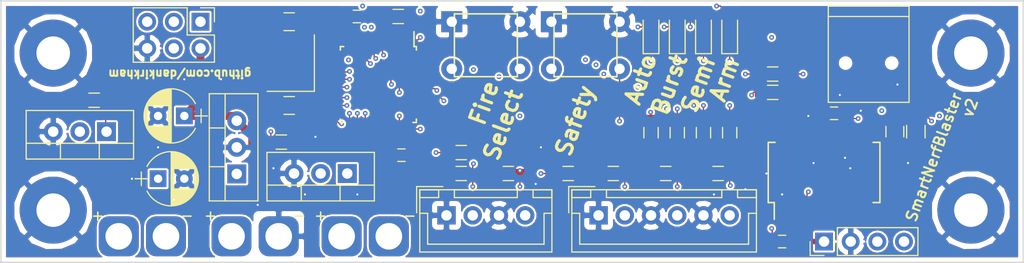
<source format=kicad_pcb>
(kicad_pcb (version 20171130) (host pcbnew "(5.0.1-3-g963ef8bb5)")
  (title_block (title SmartNerfBlaster) (date 2019-03-04) (rev v1) (company "Dan Kirkham") (comment 1 github.com/dankirkham))
  (layers (0 F.Cu signal) (1 In1.Cu signal) (2 In2.Cu signal) (31 B.Cu signal) (35 F.Paste user hide) (37 F.SilkS user) (38 B.Mask user hide) (39 F.Mask user hide) (44 Edge.Cuts user))
  (net 0 "")
  (net 1 GND)
  (net 2 +BATT)
  (net 3 +5V)
  (net 4 "Net-(C3-Pad1)")
  (net 5 "Net-(C6-Pad1)")
  (net 6 /Pusher_Reset)
  (net 7 /Flywheel_Button)
  (net 8 /Trigger)
  (net 9 /Magazine)
  (net 10 /Door)
  (net 11 /Pusher_Power)
  (net 12 /Flywheel_Power)
  (net 13 /Reset)
  (net 14 /Flywheel)
  (net 15 "Net-(J6-Pad3)")
  (net 16 /Pusher)
  (net 17 "Net-(U2-Pad26)")
  (net 18 "Net-(U2-Pad25)")
  (net 19 "Net-(C5-Pad1)")
  (net 20 /LED1)
  (net 21 "Net-(D1-Pad1)")
  (net 22 "Net-(D2-Pad1)")
  (net 23 /LED2)
  (net 24 /LED3)
  (net 25 "Net-(D3-Pad1)")
  (net 26 "Net-(R12-Pad2)")
  (net 27 "Net-(R13-Pad2)")
  (net 28 /Fire_Select)
  (net 29 /Safety_Select)
  (net 30 "Net-(C7-Pad1)")
  (net 31 "Net-(C8-Pad1)")
  (net 32 "Net-(C9-Pad2)")
  (net 33 /LED4)
  (net 34 "Net-(D4-Pad1)")
  (net 35 /SDA)
  (net 36 /SCL)
  (net 37 "Net-(J7-Pad3)")
  (net 38 "Net-(J7-Pad2)")
  (net 39 "Net-(R14-Pad2)")
  (net 40 /RX)
  (net 41 /TX)
  (net 42 "Net-(R15-Pad2)")
  (net 43 "Net-(U3-Pad28)")
  (net 44 "Net-(U3-Pad27)")
  (net 45 "Net-(U3-Pad23)")
  (net 46 "Net-(U3-Pad22)")
  (net 47 "Net-(U3-Pad17)")
  (net 48 "Net-(U3-Pad14)")
  (net 49 "Net-(U3-Pad13)")
  (net 50 "Net-(U3-Pad12)")
  (net 51 "Net-(U3-Pad11)")
  (net 52 "Net-(U3-Pad10)")
  (net 53 "Net-(U3-Pad9)")
  (net 54 "Net-(U3-Pad6)")
  (net 55 "Net-(U3-Pad3)")
  (module SmartNerfBlasterFootprints:PowerPads (layer F.Cu) (at 147.5 92.5)
    (fp_text reference J4 hide)
    (fp_text value Screw_Terminal_01x02)
    (fp_text user - (at 6.5 -2) (layer F.SilkS))
    (fp_text user + (at -2 -2) (layer F.SilkS))
    (pad 2 thru_hole roundrect (at 4.5 0) (size 3.81 3.81) (drill 2.54) (layers *.Cu *.Mask) (net 11 /Pusher_Power))
    (pad 1 thru_hole roundrect (at 0 0) (size 3.81 3.81) (drill 2.54) (layers *.Cu *.Mask) (net 2 +BATT))
  )
  (module SmartNerfBlasterFootprints:PowerPads (layer F.Cu) (at 137 92.5)
    (fp_text reference J1 hide)
    (fp_text value Conn_01x02_Male)
    (fp_text user - (at 6.5 -2) (layer F.SilkS))
    (fp_text user + (at -2 -2) (layer F.SilkS))
    (pad 2 thru_hole roundrect (at 4.5 0) (size 3.81 3.81) (drill 2.54) (layers *.Cu *.Mask) (net 1 GND))
    (pad 1 thru_hole roundrect (at 0 0) (size 3.81 3.81) (drill 2.54) (layers *.Cu *.Mask) (net 2 +BATT))
  )
  (module SmartNerfBlasterFootprints:PowerPads (layer F.Cu) (at 126.25 92.5)
    (fp_text reference J5 hide)
    (fp_text value Screw_Terminal_01x02)
    (fp_text user - (at 6.5 -2) (layer F.SilkS))
    (fp_text user + (at -2 -2) (layer F.SilkS))
    (pad 2 thru_hole roundrect (at 4.5 0) (size 3.81 3.81) (drill 2.54) (layers *.Cu *.Mask) (net 12 /Flywheel_Power))
    (pad 1 thru_hole roundrect (at 0 0) (size 3.81 3.81) (drill 2.54) (layers *.Cu *.Mask) (net 2 +BATT))
  )
  (module Mounting_Holes:MountingHole_3.2mm_M3_Pad (layer F.Cu) (at 120 75)
    (fp_text reference H1 hide)
    (fp_text value MountingHole_Pad)
    (pad 1 thru_hole circle (at 0 0) (size 6.4 6.4) (drill 3.2) (layers *.Cu *.Mask) (net 1 GND))
  )
  (module Capacitors_THT:CP_Radial_D5.0mm_P2.50mm (layer F.Cu) (at 130 87)
    (fp_text reference C1 hide)
    (fp_text value 100uF)
    (pad 2 thru_hole circle (at 2.5 0) (size 1.6 1.6) (drill 0.8) (layers *.Cu *.Mask) (net 1 GND))
    (pad 1 thru_hole rect (at 0 0) (size 1.6 1.6) (drill 0.8) (layers *.Cu *.Mask) (net 2 +BATT))
  )
  (module Capacitors_THT:CP_Radial_D5.0mm_P2.50mm (layer F.Cu) (at 132.5 81 180)
    (fp_text reference C2 hide)
    (fp_text value 270uF)
    (pad 1 thru_hole rect (at 0 0 180) (size 1.6 1.6) (drill 0.8) (layers *.Cu *.Mask) (net 3 +5V))
    (pad 2 thru_hole circle (at 2.5 0 180) (size 1.6 1.6) (drill 0.8) (layers *.Cu *.Mask) (net 1 GND))
  )
  (module Connectors_JST:JST_XH_B06B-XH-A_06x2.50mm_Straight (layer F.Cu) (at 172 90.5)
    (fp_text reference J2 hide)
    (fp_text value Conn_01x06_Male)
    (pad 6 thru_hole circle (at 12.5 0) (size 1.75 1.75) (drill 1) (layers *.Cu *.Mask) (net 6 /Pusher_Reset))
    (pad 5 thru_hole circle (at 10 0) (size 1.75 1.75) (drill 1) (layers *.Cu *.Mask) (net 1 GND))
    (pad 4 thru_hole circle (at 7.5 0) (size 1.75 1.75) (drill 1) (layers *.Cu *.Mask) (net 7 /Flywheel_Button))
    (pad 3 thru_hole circle (at 5 0) (size 1.75 1.75) (drill 1) (layers *.Cu *.Mask) (net 1 GND))
    (pad 2 thru_hole circle (at 2.5 0) (size 1.75 1.75) (drill 1) (layers *.Cu *.Mask) (net 8 /Trigger))
    (pad 1 thru_hole rect (at 0 0) (size 1.75 1.75) (drill 1) (layers *.Cu *.Mask) (net 1 GND))
  )
  (module Connectors_JST:JST_XH_B04B-XH-A_04x2.50mm_Straight (layer F.Cu) (at 157.5 90.5)
    (fp_text reference J3 hide)
    (fp_text value Conn_01x04_Male)
    (pad 4 thru_hole circle (at 7.5 0) (size 1.75 1.75) (drill 1) (layers *.Cu *.Mask) (net 9 /Magazine))
    (pad 3 thru_hole circle (at 5 0) (size 1.75 1.75) (drill 1) (layers *.Cu *.Mask) (net 1 GND))
    (pad 2 thru_hole circle (at 2.5 0) (size 1.75 1.75) (drill 1) (layers *.Cu *.Mask) (net 10 /Door))
    (pad 1 thru_hole rect (at 0 0) (size 1.75 1.75) (drill 1) (layers *.Cu *.Mask) (net 1 GND))
  )
  (module TO_SOT_Packages_THT:TO-220-3_Vertical (layer F.Cu) (at 148.04 86.5 180)
    (fp_text reference Q1 hide)
    (fp_text value FQP30N06L)
    (pad 1 thru_hole rect (at 0 0 180) (size 1.8 1.8) (drill 1) (layers *.Cu *.Mask) (net 16 /Pusher))
    (pad 2 thru_hole oval (at 2.54 0 180) (size 1.8 1.8) (drill 1) (layers *.Cu *.Mask) (net 11 /Pusher_Power))
    (pad 3 thru_hole oval (at 5.08 0 180) (size 1.8 1.8) (drill 1) (layers *.Cu *.Mask) (net 1 GND))
  )
  (module TO_SOT_Packages_THT:TO-220-3_Vertical (layer F.Cu) (at 125.08 82.5 180)
    (fp_text reference Q2 hide)
    (fp_text value FQP30N06L)
    (pad 3 thru_hole oval (at 5.08 0 180) (size 1.8 1.8) (drill 1) (layers *.Cu *.Mask) (net 1 GND))
    (pad 2 thru_hole oval (at 2.54 0 180) (size 1.8 1.8) (drill 1) (layers *.Cu *.Mask) (net 12 /Flywheel_Power))
    (pad 1 thru_hole rect (at 0 0 180) (size 1.8 1.8) (drill 1) (layers *.Cu *.Mask) (net 14 /Flywheel))
  )
  (module TO_SOT_Packages_THT:TO-220-3_Vertical (layer F.Cu) (at 137.5 86.54 90)
    (fp_text reference U1 hide)
    (fp_text value L7805)
    (pad 3 thru_hole oval (at 5.08 0 90) (size 1.8 1.8) (drill 1) (layers *.Cu *.Mask) (net 3 +5V))
    (pad 2 thru_hole oval (at 2.54 0 90) (size 1.8 1.8) (drill 1) (layers *.Cu *.Mask) (net 1 GND))
    (pad 1 thru_hole rect (at 0 0 90) (size 1.8 1.8) (drill 1) (layers *.Cu *.Mask) (net 2 +BATT))
  )
  (module Capacitors_SMD:C_0603_HandSoldering (layer F.Cu) (at 153.2 84.75)
    (fp_text reference C3 hide)
    (fp_text value 100nF)
    (pad 2 smd rect (at 0.95 0) (size 1.2 0.75) (layers F.Cu F.Paste F.Mask) (net 1 GND))
    (pad 1 smd rect (at -0.95 0) (size 1.2 0.75) (layers F.Cu F.Paste F.Mask) (net 4 "Net-(C3-Pad1)"))
  )
  (module Capacitors_SMD:C_0603_HandSoldering (layer F.Cu) (at 148.95 71.5 180)
    (fp_text reference C4 hide)
    (fp_text value 100nF)
    (pad 1 smd rect (at -0.95 0 180) (size 1.2 0.75) (layers F.Cu F.Paste F.Mask) (net 3 +5V))
    (pad 2 smd rect (at 0.95 0 180) (size 1.2 0.75) (layers F.Cu F.Paste F.Mask) (net 1 GND))
  )
  (module Capacitors_SMD:C_0805_HandSoldering (layer F.Cu) (at 142.5 72 180)
    (fp_text reference C5 hide)
    (fp_text value 22uF)
    (pad 1 smd rect (at -1.25 0 180) (size 1.5 1.25) (layers F.Cu F.Paste F.Mask) (net 19 "Net-(C5-Pad1)"))
    (pad 2 smd rect (at 1.25 0 180) (size 1.5 1.25) (layers F.Cu F.Paste F.Mask) (net 1 GND))
  )
  (module Capacitors_SMD:C_0805_HandSoldering (layer F.Cu) (at 142.5 80)
    (fp_text reference C6 hide)
    (fp_text value 22uF)
    (pad 2 smd rect (at 1.25 0) (size 1.5 1.25) (layers F.Cu F.Paste F.Mask) (net 1 GND))
    (pad 1 smd rect (at -1.25 0) (size 1.5 1.25) (layers F.Cu F.Paste F.Mask) (net 5 "Net-(C6-Pad1)"))
  )
  (module LEDs:LED_0805_HandSoldering (layer F.Cu) (at 182 72.85 90)
    (fp_text reference D1 hide)
    (fp_text value LED)
    (pad 2 smd rect (at 1.35 0 90) (size 1.5 1.3) (layers F.Cu F.Paste F.Mask) (net 20 /LED1))
    (pad 1 smd rect (at -1.35 0 90) (size 1.5 1.3) (layers F.Cu F.Paste F.Mask) (net 21 "Net-(D1-Pad1)"))
  )
  (module LEDs:LED_0805_HandSoldering (layer F.Cu) (at 179.5 72.85 90)
    (fp_text reference D2 hide)
    (fp_text value LED)
    (pad 1 smd rect (at -1.35 0 90) (size 1.5 1.3) (layers F.Cu F.Paste F.Mask) (net 22 "Net-(D2-Pad1)"))
    (pad 2 smd rect (at 1.35 0 90) (size 1.5 1.3) (layers F.Cu F.Paste F.Mask) (net 23 /LED2))
  )
  (module LEDs:LED_0805_HandSoldering (layer F.Cu) (at 177 72.85 90)
    (fp_text reference D3 hide)
    (fp_text value LED)
    (pad 2 smd rect (at 1.35 0 90) (size 1.5 1.3) (layers F.Cu F.Paste F.Mask) (net 24 /LED3))
    (pad 1 smd rect (at -1.35 0 90) (size 1.5 1.3) (layers F.Cu F.Paste F.Mask) (net 25 "Net-(D3-Pad1)"))
  )
  (module Resistors_SMD:R_0603_HandSoldering (layer F.Cu) (at 141.75 83.5)
    (fp_text reference R1 hide)
    (fp_text value 6.8k)
    (pad 2 smd rect (at 1.1 0) (size 1.2 0.9) (layers F.Cu F.Paste F.Mask) (net 1 GND))
    (pad 1 smd rect (at -1.1 0) (size 1.2 0.9) (layers F.Cu F.Paste F.Mask) (net 16 /Pusher))
  )
  (module Resistors_SMD:R_0603_HandSoldering (layer F.Cu) (at 123.9 79.5 180)
    (fp_text reference R2 hide)
    (fp_text value 6.8k)
    (pad 1 smd rect (at -1.1 0 180) (size 1.2 0.9) (layers F.Cu F.Paste F.Mask) (net 14 /Flywheel))
    (pad 2 smd rect (at 1.1 0 180) (size 1.2 0.9) (layers F.Cu F.Paste F.Mask) (net 1 GND))
  )
  (module Resistors_SMD:R_0603_HandSoldering (layer F.Cu) (at 152.9 71.5)
    (fp_text reference R3 hide)
    (fp_text value 10k)
    (pad 2 smd rect (at 1.1 0) (size 1.2 0.9) (layers F.Cu F.Paste F.Mask) (net 13 /Reset))
    (pad 1 smd rect (at -1.1 0) (size 1.2 0.9) (layers F.Cu F.Paste F.Mask) (net 3 +5V))
  )
  (module Resistors_SMD:R_0603_HandSoldering (layer F.Cu) (at 173.4 86.5)
    (fp_text reference R4 hide)
    (fp_text value 10k)
    (pad 1 smd rect (at -1.1 0) (size 1.2 0.9) (layers F.Cu F.Paste F.Mask) (net 3 +5V))
    (pad 2 smd rect (at 1.1 0) (size 1.2 0.9) (layers F.Cu F.Paste F.Mask) (net 8 /Trigger))
  )
  (module Resistors_SMD:R_0603_HandSoldering (layer F.Cu) (at 178.4 86.5)
    (fp_text reference R5 hide)
    (fp_text value 10k)
    (pad 2 smd rect (at 1.1 0) (size 1.2 0.9) (layers F.Cu F.Paste F.Mask) (net 7 /Flywheel_Button))
    (pad 1 smd rect (at -1.1 0) (size 1.2 0.9) (layers F.Cu F.Paste F.Mask) (net 3 +5V))
  )
  (module Resistors_SMD:R_0603_HandSoldering (layer F.Cu) (at 183.4 86.5)
    (fp_text reference R6 hide)
    (fp_text value 10k)
    (pad 1 smd rect (at -1.1 0) (size 1.2 0.9) (layers F.Cu F.Paste F.Mask) (net 3 +5V))
    (pad 2 smd rect (at 1.1 0) (size 1.2 0.9) (layers F.Cu F.Paste F.Mask) (net 6 /Pusher_Reset))
  )
  (module Resistors_SMD:R_0603_HandSoldering (layer F.Cu) (at 158.9 86.5)
    (fp_text reference R7 hide)
    (fp_text value 10k)
    (pad 2 smd rect (at 1.1 0) (size 1.2 0.9) (layers F.Cu F.Paste F.Mask) (net 10 /Door))
    (pad 1 smd rect (at -1.1 0) (size 1.2 0.9) (layers F.Cu F.Paste F.Mask) (net 3 +5V))
  )
  (module Resistors_SMD:R_0603_HandSoldering (layer F.Cu) (at 163.4 86.5)
    (fp_text reference R8 hide)
    (fp_text value 10k)
    (pad 1 smd rect (at -1.1 0) (size 1.2 0.9) (layers F.Cu F.Paste F.Mask) (net 3 +5V))
    (pad 2 smd rect (at 1.1 0) (size 1.2 0.9) (layers F.Cu F.Paste F.Mask) (net 9 /Magazine))
  )
  (module Resistors_SMD:R_0603_HandSoldering (layer F.Cu) (at 182 82.6 270)
    (fp_text reference R9 hide)
    (fp_text value 330)
    (pad 2 smd rect (at 1.1 0 270) (size 1.2 0.9) (layers F.Cu F.Paste F.Mask) (net 1 GND))
    (pad 1 smd rect (at -1.1 0 270) (size 1.2 0.9) (layers F.Cu F.Paste F.Mask) (net 21 "Net-(D1-Pad1)"))
  )
  (module Resistors_SMD:R_0603_HandSoldering (layer F.Cu) (at 179.5 82.6 270)
    (fp_text reference R10 hide)
    (fp_text value 330)
    (pad 1 smd rect (at -1.1 0 270) (size 1.2 0.9) (layers F.Cu F.Paste F.Mask) (net 22 "Net-(D2-Pad1)"))
    (pad 2 smd rect (at 1.1 0 270) (size 1.2 0.9) (layers F.Cu F.Paste F.Mask) (net 1 GND))
  )
  (module Resistors_SMD:R_0603_HandSoldering (layer F.Cu) (at 177 82.6 270)
    (fp_text reference R11 hide)
    (fp_text value 330)
    (pad 2 smd rect (at 1.1 0 270) (size 1.2 0.9) (layers F.Cu F.Paste F.Mask) (net 1 GND))
    (pad 1 smd rect (at -1.1 0 270) (size 1.2 0.9) (layers F.Cu F.Paste F.Mask) (net 25 "Net-(D3-Pad1)"))
  )
  (module Resistors_SMD:R_0603_HandSoldering (layer F.Cu) (at 158.9 84.5 180)
    (fp_text reference R12 hide)
    (fp_text value 10k)
    (pad 1 smd rect (at -1.1 0 180) (size 1.2 0.9) (layers F.Cu F.Paste F.Mask) (net 3 +5V))
    (pad 2 smd rect (at 1.1 0 180) (size 1.2 0.9) (layers F.Cu F.Paste F.Mask) (net 26 "Net-(R12-Pad2)"))
  )
  (module Resistors_SMD:R_0603_HandSoldering (layer F.Cu) (at 169.1 86.5 180)
    (fp_text reference R13 hide)
    (fp_text value 10k)
    (pad 2 smd rect (at 1.1 0 180) (size 1.2 0.9) (layers F.Cu F.Paste F.Mask) (net 27 "Net-(R13-Pad2)"))
    (pad 1 smd rect (at -1.1 0 180) (size 1.2 0.9) (layers F.Cu F.Paste F.Mask) (net 3 +5V))
  )
  (module SmartNerfBlasterFootprints:1825910-6 (layer F.Cu) (at 158 72)
    (fp_text reference SW1 hide)
    (fp_text value 1825910-6)
    (pad 4 thru_hole circle (at 6.5 4.5) (size 2 2) (drill 0.99) (layers *.Cu *.Mask) (net 28 /Fire_Select))
    (pad 3 thru_hole circle (at 0 4.5) (size 2 2) (drill 0.99) (layers *.Cu *.Mask) (net 26 "Net-(R12-Pad2)"))
    (pad 2 thru_hole circle (at 6.5 0) (size 2 2) (drill 0.99) (layers *.Cu *.Mask) (net 1 GND))
    (pad 1 thru_hole rect (at 0 0) (size 2 2) (drill 0.99) (layers *.Cu *.Mask) (net 1 GND))
  )
  (module SmartNerfBlasterFootprints:1825910-6 (layer F.Cu) (at 167.5 72)
    (fp_text reference SW2 hide)
    (fp_text value 1825910-6)
    (pad 1 thru_hole rect (at 0 0) (size 2 2) (drill 0.99) (layers *.Cu *.Mask) (net 1 GND))
    (pad 2 thru_hole circle (at 6.5 0) (size 2 2) (drill 0.99) (layers *.Cu *.Mask) (net 1 GND))
    (pad 3 thru_hole circle (at 0 4.5) (size 2 2) (drill 0.99) (layers *.Cu *.Mask) (net 27 "Net-(R13-Pad2)"))
    (pad 4 thru_hole circle (at 6.5 4.5) (size 2 2) (drill 0.99) (layers *.Cu *.Mask) (net 29 /Safety_Select))
  )
  (module Housings_QFP:TQFP-32_7x7mm_Pitch0.8mm (layer F.Cu) (at 151 78 270)
    (fp_text reference U2 hide)
    (fp_text value ATmega328P-PU)
    (pad 32 smd rect (at -2.8 -4.25) (size 1.6 0.55) (layers F.Cu F.Paste F.Mask))
    (pad 31 smd rect (at -2 -4.25) (size 1.6 0.55) (layers F.Cu F.Paste F.Mask))
    (pad 30 smd rect (at -1.2 -4.25) (size 1.6 0.55) (layers F.Cu F.Paste F.Mask))
    (pad 29 smd rect (at -0.4 -4.25) (size 1.6 0.55) (layers F.Cu F.Paste F.Mask))
    (pad 28 smd rect (at 0.4 -4.25) (size 1.6 0.55) (layers F.Cu F.Paste F.Mask) (net 36 /SCL))
    (pad 27 smd rect (at 1.2 -4.25) (size 1.6 0.55) (layers F.Cu F.Paste F.Mask) (net 35 /SDA))
    (pad 26 smd rect (at 2 -4.25) (size 1.6 0.55) (layers F.Cu F.Paste F.Mask) (net 17 "Net-(U2-Pad26)"))
    (pad 25 smd rect (at 2.8 -4.25) (size 1.6 0.55) (layers F.Cu F.Paste F.Mask) (net 18 "Net-(U2-Pad25)"))
    (pad 24 smd rect (at 4.25 -2.8 270) (size 1.6 0.55) (layers F.Cu F.Paste F.Mask) (net 29 /Safety_Select))
    (pad 23 smd rect (at 4.25 -2 270) (size 1.6 0.55) (layers F.Cu F.Paste F.Mask) (net 28 /Fire_Select))
    (pad 22 smd rect (at 4.25 -1.2 270) (size 1.6 0.55) (layers F.Cu F.Paste F.Mask) (net 1 GND))
    (pad 21 smd rect (at 4.25 -0.4 270) (size 1.6 0.55) (layers F.Cu F.Paste F.Mask) (net 4 "Net-(C3-Pad1)"))
    (pad 20 smd rect (at 4.25 0.4 270) (size 1.6 0.55) (layers F.Cu F.Paste F.Mask) (net 3 +5V))
    (pad 19 smd rect (at 4.25 1.2 270) (size 1.6 0.55) (layers F.Cu F.Paste F.Mask) (net 15 "Net-(J6-Pad3)"))
    (pad 18 smd rect (at 4.25 2 270) (size 1.6 0.55) (layers F.Cu F.Paste F.Mask) (net 33 /LED4))
    (pad 17 smd rect (at 4.25 2.8 270) (size 1.6 0.55) (layers F.Cu F.Paste F.Mask) (net 14 /Flywheel))
    (pad 16 smd rect (at 2.8 4.25) (size 1.6 0.55) (layers F.Cu F.Paste F.Mask) (net 16 /Pusher))
    (pad 15 smd rect (at 2 4.25) (size 1.6 0.55) (layers F.Cu F.Paste F.Mask) (net 23 /LED2))
    (pad 14 smd rect (at 1.2 4.25) (size 1.6 0.55) (layers F.Cu F.Paste F.Mask) (net 20 /LED1))
    (pad 13 smd rect (at 0.4 4.25) (size 1.6 0.55) (layers F.Cu F.Paste F.Mask) (net 24 /LED3))
    (pad 12 smd rect (at -0.4 4.25) (size 1.6 0.55) (layers F.Cu F.Paste F.Mask) (net 9 /Magazine))
    (pad 11 smd rect (at -1.2 4.25) (size 1.6 0.55) (layers F.Cu F.Paste F.Mask) (net 10 /Door))
    (pad 10 smd rect (at -2 4.25) (size 1.6 0.55) (layers F.Cu F.Paste F.Mask) (net 5 "Net-(C6-Pad1)"))
    (pad 9 smd rect (at -2.8 4.25) (size 1.6 0.55) (layers F.Cu F.Paste F.Mask) (net 19 "Net-(C5-Pad1)"))
    (pad 8 smd rect (at -4.25 2.8 270) (size 1.6 0.55) (layers F.Cu F.Paste F.Mask) (net 1 GND))
    (pad 7 smd rect (at -4.25 2 270) (size 1.6 0.55) (layers F.Cu F.Paste F.Mask) (net 3 +5V))
    (pad 6 smd rect (at -4.25 1.2 270) (size 1.6 0.55) (layers F.Cu F.Paste F.Mask) (net 6 /Pusher_Reset))
    (pad 5 smd rect (at -4.25 0.4 270) (size 1.6 0.55) (layers F.Cu F.Paste F.Mask) (net 7 /Flywheel_Button))
    (pad 4 smd rect (at -4.25 -0.4 270) (size 1.6 0.55) (layers F.Cu F.Paste F.Mask) (net 8 /Trigger))
    (pad 3 smd rect (at -4.25 -1.2 270) (size 1.6 0.55) (layers F.Cu F.Paste F.Mask) (net 41 /TX))
    (pad 2 smd rect (at -4.25 -2 270) (size 1.6 0.55) (layers F.Cu F.Paste F.Mask) (net 40 /RX))
    (pad 1 smd rect (at -4.25 -2.8 270) (size 1.6 0.55) (layers F.Cu F.Paste F.Mask) (net 13 /Reset))
  )
  (module Pin_Headers:Pin_Header_Straight_2x03_Pitch2.54mm (layer F.Cu) (at 134.04 72 270)
    (fp_text reference J6 hide)
    (fp_text value Conn_02x03_Odd_Even)
    (pad 6 thru_hole oval (at 2.54 5.08 270) (size 1.7 1.7) (drill 1) (layers *.Cu *.Mask) (net 1 GND))
    (pad 5 thru_hole oval (at 0 5.08 270) (size 1.7 1.7) (drill 1) (layers *.Cu *.Mask) (net 13 /Reset))
    (pad 4 thru_hole oval (at 2.54 2.54 270) (size 1.7 1.7) (drill 1) (layers *.Cu *.Mask) (net 14 /Flywheel))
    (pad 3 thru_hole oval (at 0 2.54 270) (size 1.7 1.7) (drill 1) (layers *.Cu *.Mask) (net 15 "Net-(J6-Pad3)"))
    (pad 2 thru_hole oval (at 2.54 0 270) (size 1.7 1.7) (drill 1) (layers *.Cu *.Mask) (net 3 +5V))
    (pad 1 thru_hole rect (at 0 0 270) (size 1.7 1.7) (drill 1) (layers *.Cu *.Mask) (net 33 /LED4))
  )
  (module Capacitors_SMD:C_0805_HandSoldering (layer F.Cu) (at 200.25 82.5 270)
    (fp_text reference C7 hide)
    (fp_text value 10n)
    (pad 2 smd rect (at 1.25 0 270) (size 1.5 1.25) (layers F.Cu F.Paste F.Mask) (net 1 GND))
    (pad 1 smd rect (at -1.25 0 270) (size 1.5 1.25) (layers F.Cu F.Paste F.Mask) (net 30 "Net-(C7-Pad1)"))
  )
  (module Capacitors_SMD:C_0603_HandSoldering (layer F.Cu) (at 194.45 80.75 180)
    (fp_text reference C8 hide)
    (fp_text value 100n)
    (pad 2 smd rect (at 0.95 0 180) (size 1.2 0.75) (layers F.Cu F.Paste F.Mask) (net 1 GND))
    (pad 1 smd rect (at -0.95 0 180) (size 1.2 0.75) (layers F.Cu F.Paste F.Mask) (net 31 "Net-(C8-Pad1)"))
  )
  (module Capacitors_SMD:C_0603_HandSoldering (layer F.Cu) (at 189.5 93)
    (fp_text reference C9 hide)
    (fp_text value 100n)
    (pad 1 smd rect (at -0.95 0) (size 1.2 0.75) (layers F.Cu F.Paste F.Mask) (net 13 /Reset))
    (pad 2 smd rect (at 0.95 0) (size 1.2 0.75) (layers F.Cu F.Paste F.Mask) (net 32 "Net-(C9-Pad2)"))
  )
  (module LEDs:LED_0805_HandSoldering (layer F.Cu) (at 184.5 72.85 90)
    (fp_text reference D4 hide)
    (fp_text value LED)
    (pad 2 smd rect (at 1.35 0 90) (size 1.5 1.3) (layers F.Cu F.Paste F.Mask) (net 33 /LED4))
    (pad 1 smd rect (at -1.35 0 90) (size 1.5 1.3) (layers F.Cu F.Paste F.Mask) (net 34 "Net-(D4-Pad1)"))
  )
  (module Resistors_SMD:R_0805_HandSoldering (layer F.Cu) (at 202.25 82.5 270)
    (fp_text reference FB1 hide)
    (fp_text value Ferrite_Bead)
    (pad 2 smd rect (at 1.35 0 270) (size 1.5 1.3) (layers F.Cu F.Paste F.Mask) (net 30 "Net-(C7-Pad1)"))
    (pad 1 smd rect (at -1.35 0 270) (size 1.5 1.3) (layers F.Cu F.Paste F.Mask) (net 31 "Net-(C8-Pad1)"))
  )
  (module Mounting_Holes:MountingHole_3.2mm_M3_Pad (layer F.Cu) (at 207.5 75)
    (fp_text reference H2 hide)
    (fp_text value MountingHole_Pad)
    (pad 1 thru_hole circle (at 0 0) (size 6.4 6.4) (drill 3.2) (layers *.Cu *.Mask) (net 1 GND))
  )
  (module Mounting_Holes:MountingHole_3.2mm_M3_Pad (layer F.Cu) (at 120 90)
    (fp_text reference H3 hide)
    (fp_text value MountingHole_Pad)
    (pad 1 thru_hole circle (at 0 0) (size 6.4 6.4) (drill 3.2) (layers *.Cu *.Mask) (net 1 GND))
  )
  (module Mounting_Holes:MountingHole_3.2mm_M3_Pad (layer F.Cu) (at 207.5 90)
    (fp_text reference H4 hide)
    (fp_text value MountingHole_Pad)
    (pad 1 thru_hole circle (at 0 0) (size 6.4 6.4) (drill 3.2) (layers *.Cu *.Mask) (net 1 GND))
  )
  (module Connectors:USB_Mini-B (layer F.Cu) (at 197.75 75.75 270)
    (fp_text reference J7 hide)
    (fp_text value USB_B)
    (pad "" np_thru_hole circle (at 0.2 2.2 270) (size 0.9 0.9) (drill 0.9) (layers *.Cu *.Mask))
    (pad "" np_thru_hole circle (at 0.2 -2.2 270) (size 0.9 0.9) (drill 0.9) (layers *.Cu *.Mask))
    (pad 6 smd rect (at -2.8 4.45 270) (size 2.5 2) (layers F.Cu F.Paste F.Mask))
    (pad 6 smd rect (at 2.7 4.45 270) (size 2.5 2) (layers F.Cu F.Paste F.Mask))
    (pad 6 smd rect (at -2.8 -4.45 270) (size 2.5 2) (layers F.Cu F.Paste F.Mask))
    (pad 6 smd rect (at 2.7 -4.45 270) (size 2.5 2) (layers F.Cu F.Paste F.Mask))
    (pad 5 smd rect (at 2.8 1.6 270) (size 2.3 0.5) (layers F.Cu F.Paste F.Mask) (net 1 GND))
    (pad 4 smd rect (at 2.8 0.8 270) (size 2.3 0.5) (layers F.Cu F.Paste F.Mask) (net 1 GND))
    (pad 3 smd rect (at 2.8 0 270) (size 2.3 0.5) (layers F.Cu F.Paste F.Mask) (net 37 "Net-(J7-Pad3)"))
    (pad 2 smd rect (at 2.8 -0.8 270) (size 2.3 0.5) (layers F.Cu F.Paste F.Mask) (net 38 "Net-(J7-Pad2)"))
    (pad 1 smd rect (at 2.8 -1.6 270) (size 2.3 0.5) (layers F.Cu F.Paste F.Mask) (net 30 "Net-(C7-Pad1)"))
  )
  (module Resistors_SMD:R_0603_HandSoldering (layer F.Cu) (at 188.6 78.75)
    (fp_text reference R14 hide)
    (fp_text value 1k)
    (pad 2 smd rect (at 1.1 0) (size 1.2 0.9) (layers F.Cu F.Paste F.Mask) (net 39 "Net-(R14-Pad2)"))
    (pad 1 smd rect (at -1.1 0) (size 1.2 0.9) (layers F.Cu F.Paste F.Mask) (net 40 /RX))
  )
  (module Resistors_SMD:R_0603_HandSoldering (layer F.Cu) (at 188.6 77)
    (fp_text reference R15 hide)
    (fp_text value 1k)
    (pad 1 smd rect (at -1.1 0) (size 1.2 0.9) (layers F.Cu F.Paste F.Mask) (net 41 /TX))
    (pad 2 smd rect (at 1.1 0) (size 1.2 0.9) (layers F.Cu F.Paste F.Mask) (net 42 "Net-(R15-Pad2)"))
  )
  (module Resistors_SMD:R_0603_HandSoldering (layer F.Cu) (at 184.5 82.6 270)
    (fp_text reference R16 hide)
    (fp_text value 330)
    (pad 2 smd rect (at 1.1 0 270) (size 1.2 0.9) (layers F.Cu F.Paste F.Mask) (net 1 GND))
    (pad 1 smd rect (at -1.1 0 270) (size 1.2 0.9) (layers F.Cu F.Paste F.Mask) (net 34 "Net-(D4-Pad1)"))
  )
  (module Crystals:Crystal_SMD_3225-4pin_3.2x2.5mm_HandSoldering (layer F.Cu) (at 142.65 75.95 90)
    (fp_text reference Y1 hide)
    (fp_text value Crystal_GND24)
    (pad 4 smd rect (at -1.45 -1.15 90) (size 2.1 1.8) (layers F.Cu F.Paste F.Mask) (net 5 "Net-(C6-Pad1)"))
    (pad 3 smd rect (at 1.45 -1.15 90) (size 2.1 1.8) (layers F.Cu F.Paste F.Mask) (net 1 GND))
    (pad 2 smd rect (at 1.45 1.15 90) (size 2.1 1.8) (layers F.Cu F.Paste F.Mask) (net 19 "Net-(C5-Pad1)"))
    (pad 1 smd rect (at -1.45 1.15 90) (size 2.1 1.8) (layers F.Cu F.Paste F.Mask) (net 1 GND))
  )
  (module SmartNerfBlasterFootprints:SSOP-28_5.3x10.2mm_P0.65mm (layer F.Cu) (at 193.5 86.4 90)
    (fp_text reference U3 hide)
    (fp_text value FT232RL)
    (pad 28 smd rect (at 3.6 -4.225 90) (size 1.75 0.45) (layers F.Cu F.Paste F.Mask) (net 43 "Net-(U3-Pad28)"))
    (pad 27 smd rect (at 3.6 -3.575 90) (size 1.75 0.45) (layers F.Cu F.Paste F.Mask) (net 44 "Net-(U3-Pad27)"))
    (pad 26 smd rect (at 3.6 -2.925 90) (size 1.75 0.45) (layers F.Cu F.Paste F.Mask) (net 1 GND))
    (pad 25 smd rect (at 3.6 -2.275 90) (size 1.75 0.45) (layers F.Cu F.Paste F.Mask) (net 1 GND))
    (pad 24 smd rect (at 3.6 -1.625 90) (size 1.75 0.45) (layers F.Cu F.Paste F.Mask))
    (pad 23 smd rect (at 3.6 -0.975 90) (size 1.75 0.45) (layers F.Cu F.Paste F.Mask) (net 45 "Net-(U3-Pad23)"))
    (pad 22 smd rect (at 3.6 -0.325 90) (size 1.75 0.45) (layers F.Cu F.Paste F.Mask) (net 46 "Net-(U3-Pad22)"))
    (pad 21 smd rect (at 3.6 0.325 90) (size 1.75 0.45) (layers F.Cu F.Paste F.Mask) (net 1 GND))
    (pad 20 smd rect (at 3.6 0.975 90) (size 1.75 0.45) (layers F.Cu F.Paste F.Mask) (net 31 "Net-(C8-Pad1)"))
    (pad 19 smd rect (at 3.6 1.625 90) (size 1.75 0.45) (layers F.Cu F.Paste F.Mask) (net 31 "Net-(C8-Pad1)"))
    (pad 18 smd rect (at 3.6 2.275 90) (size 1.75 0.45) (layers F.Cu F.Paste F.Mask) (net 1 GND))
    (pad 17 smd rect (at 3.6 2.925 90) (size 1.75 0.45) (layers F.Cu F.Paste F.Mask) (net 47 "Net-(U3-Pad17)"))
    (pad 16 smd rect (at 3.6 3.575 90) (size 1.75 0.45) (layers F.Cu F.Paste F.Mask) (net 38 "Net-(J7-Pad2)"))
    (pad 15 smd rect (at 3.6 4.225 90) (size 1.75 0.45) (layers F.Cu F.Paste F.Mask) (net 37 "Net-(J7-Pad3)"))
    (pad 14 smd rect (at -3.6 4.225 90) (size 1.75 0.45) (layers F.Cu F.Paste F.Mask) (net 48 "Net-(U3-Pad14)"))
    (pad 13 smd rect (at -3.6 3.575 90) (size 1.75 0.45) (layers F.Cu F.Paste F.Mask) (net 49 "Net-(U3-Pad13)"))
    (pad 12 smd rect (at -3.6 2.925 90) (size 1.75 0.45) (layers F.Cu F.Paste F.Mask) (net 50 "Net-(U3-Pad12)"))
    (pad 11 smd rect (at -3.6 2.275 90) (size 1.75 0.45) (layers F.Cu F.Paste F.Mask) (net 51 "Net-(U3-Pad11)"))
    (pad 10 smd rect (at -3.6 1.625 90) (size 1.75 0.45) (layers F.Cu F.Paste F.Mask) (net 52 "Net-(U3-Pad10)"))
    (pad 9 smd rect (at -3.6 0.975 90) (size 1.75 0.45) (layers F.Cu F.Paste F.Mask) (net 53 "Net-(U3-Pad9)"))
    (pad 8 smd rect (at -3.6 0.325 90) (size 1.75 0.45) (layers F.Cu F.Paste F.Mask))
    (pad 7 smd rect (at -3.6 -0.325 90) (size 1.75 0.45) (layers F.Cu F.Paste F.Mask) (net 1 GND))
    (pad 6 smd rect (at -3.6 -0.975 90) (size 1.75 0.45) (layers F.Cu F.Paste F.Mask) (net 54 "Net-(U3-Pad6)"))
    (pad 5 smd rect (at -3.6 -1.625 90) (size 1.75 0.45) (layers F.Cu F.Paste F.Mask) (net 42 "Net-(R15-Pad2)"))
    (pad 4 smd rect (at -3.6 -2.275 90) (size 1.75 0.45) (layers F.Cu F.Paste F.Mask) (net 31 "Net-(C8-Pad1)"))
    (pad 3 smd rect (at -3.6 -2.925 90) (size 1.75 0.45) (layers F.Cu F.Paste F.Mask) (net 55 "Net-(U3-Pad3)"))
    (pad 2 smd rect (at -3.6 -3.575 90) (size 1.75 0.45) (layers F.Cu F.Paste F.Mask) (net 32 "Net-(C9-Pad2)"))
    (pad 1 smd rect (at -3.6 -4.225 90) (size 1.75 0.45) (layers F.Cu F.Paste F.Mask) (net 39 "Net-(R14-Pad2)"))
  )
  (module Pin_Headers:Pin_Header_Straight_1x04_Pitch2.54mm (layer F.Cu) (at 193.5 93 90)
    (fp_text reference J8 hide)
    (fp_text value Conn_01x04_Male)
    (pad 4 thru_hole oval (at 0 7.62 90) (size 1.7 1.7) (drill 1) (layers *.Cu *.Mask) (net 35 /SDA))
    (pad 3 thru_hole oval (at 0 5.08 90) (size 1.7 1.7) (drill 1) (layers *.Cu *.Mask) (net 36 /SCL))
    (pad 2 thru_hole oval (at 0 2.54 90) (size 1.7 1.7) (drill 1) (layers *.Cu *.Mask) (net 1 GND))
    (pad 1 thru_hole rect (at 0 0 90) (size 1.7 1.7) (drill 1) (layers *.Cu *.Mask) (net 3 +5V))
  )
  (gr_text github.com/dankirkham (at 139 77 180) (layer F.SilkS) (effects (font (size 0.762 0.762) (thickness 0.1905)) (justify left)))
  (gr_text Arm (at 184 77.5 70) (layer F.SilkS) (effects (font (size 1.5 1.5) (thickness 0.3))))
  (gr_text Safety (at 171 78 70) (layer F.SilkS) (effects (font (size 1.5 1.5) (thickness 0.3)) (justify right)))
  (gr_text "Fire\nSelect" (at 163 78 70) (layer F.SilkS) (effects (font (size 1.5 1.5) (thickness 0.3)) (justify right)))
  (gr_text Auto (at 176 77.5 70) (layer F.SilkS) (effects (font (size 1.5 1.5) (thickness 0.3))))
  (gr_text Burst (at 178.75 78 70) (layer F.SilkS) (effects (font (size 1.5 1.5) (thickness 0.3))))
  (gr_text Semi (at 181.5 78 70) (layer F.SilkS) (effects (font (size 1.5 1.5) (thickness 0.3))))
  (gr_text "SmartNerfBlaster\nv2" (at 207 79 70) (layer F.SilkS) (effects (font (size 1.016 1.016) (thickness 0.1905)) (justify right)))
  (gr_line (start 212.5 70) (end 115 70) (layer Edge.Cuts) (width 0.15))
  (gr_line (start 212.5 95) (end 212.5 70) (layer Edge.Cuts) (width 0.15))
  (gr_line (start 115 95) (end 212.5 95) (layer Edge.Cuts) (width 0.15))
  (gr_line (start 115 70) (end 115 95) (layer Edge.Cuts) (width 0.15))
  (segment (start 190.575 80.575) (end 190.575 81) (width 0.25) (layer F.Cu) (net 1))
  (segment (start 190.575 82.8) (end 190.575 81) (width 0.25) (layer F.Cu) (net 1))
  (segment (start 193.825 81.798) (end 193.825 82.8) (width 0.127) (layer F.Cu) (net 1))
  (segment (start 193.825 81.577) (end 193.825 81.798) (width 0.127) (layer F.Cu) (net 1))
  (segment (start 193.5 81.252) (end 193.825 81.577) (width 0.127) (layer F.Cu) (net 1))
  (segment (start 193.5 80.75) (end 193.5 81.252) (width 0.127) (layer F.Cu) (net 1))
  (segment (start 190.575 82.8) (end 190.575 84.425) (width 0.127) (layer F.Cu) (net 1))
  (segment (start 190.575 84.425) (end 190.5 84.5) (width 0.127) (layer F.Cu) (net 1))
  (via (at 192.5 85.5) (size 0.45) (drill 0.2) (layers F.Cu B.Cu) (net 1))
  (via (at 196 86) (size 0.45) (drill 0.2) (layers F.Cu B.Cu) (net 1))
  (via (at 183 88.5) (size 0.45) (drill 0.2) (layers F.Cu B.Cu) (net 1))
  (via (at 186 88) (size 0.45) (drill 0.2) (layers F.Cu B.Cu) (net 1))
  (via (at 166.5 84) (size 0.45) (drill 0.2) (layers F.Cu B.Cu) (net 1))
  (via (at 166 87.5) (size 0.45) (drill 0.2) (layers F.Cu B.Cu) (net 1))
  (via (at 141 86) (size 0.45) (drill 0.2) (layers F.Cu B.Cu) (net 1))
  (via (at 145 83) (size 0.45) (drill 0.2) (layers F.Cu B.Cu) (net 1))
  (via (at 136 77.5) (size 0.45) (drill 0.2) (layers F.Cu B.Cu) (net 1))
  (via (at 132.5 77.5) (size 0.45) (drill 0.2) (layers F.Cu B.Cu) (net 1))
  (via (at 131.5 89) (size 0.45) (drill 0.2) (layers F.Cu B.Cu) (net 1))
  (via (at 127.5 87) (size 0.45) (drill 0.2) (layers F.Cu B.Cu) (net 1))
  (via (at 139.5 89.5) (size 0.45) (drill 0.2) (layers F.Cu B.Cu) (net 1))
  (via (at 144 88.5) (size 0.45) (drill 0.2) (layers F.Cu B.Cu) (net 1))
  (via (at 149 88.5) (size 0.45) (drill 0.2) (layers F.Cu B.Cu) (net 1))
  (via (at 130 84) (size 0.45) (drill 0.2) (layers F.Cu B.Cu) (net 1))
  (via (at 197 80.5) (size 0.45) (drill 0.2) (layers F.Cu B.Cu) (net 1))
  (via (at 200.5 78) (size 0.45) (drill 0.2) (layers F.Cu B.Cu) (net 1))
  (via (at 195 79) (size 0.45) (drill 0.2) (layers F.Cu B.Cu) (net 1))
  (via (at 192 81) (size 0.45) (drill 0.2) (layers F.Cu B.Cu) (net 1))
  (via (at 189.5 88.5) (size 0.45) (drill 0.2) (layers F.Cu B.Cu) (net 1))
  (via (at 188 86.5) (size 0.45) (drill 0.2) (layers F.Cu B.Cu) (net 1))
  (via (at 201.5 85.5) (size 0.45) (drill 0.2) (layers F.Cu B.Cu) (net 1))
  (via (at 195.5 85) (size 0.45) (drill 0.2) (layers F.Cu B.Cu) (net 1))
  (segment (start 134.04 79.46) (end 132.5 81) (width 0.762) (layer F.Cu) (net 3))
  (segment (start 134.04 74.54) (end 134.04 79.46) (width 0.762) (layer F.Cu) (net 3))
  (segment (start 137.04 81) (end 137.5 81.46) (width 0.762) (layer F.Cu) (net 3))
  (segment (start 132.5 81) (end 137.04 81) (width 0.762) (layer F.Cu) (net 3))
  (segment (start 150.6 83.65) (end 150.5 83.75) (width 0.508) (layer F.Cu) (net 3))
  (segment (start 150.6 82.25) (end 150.6 83.65) (width 0.508) (layer F.Cu) (net 3))
  (segment (start 149 76.215188) (end 149 73.75) (width 0.508) (layer F.Cu) (net 3))
  (segment (start 150.6 77.815188) (end 149 76.215188) (width 0.508) (layer F.Cu) (net 3))
  (segment (start 150.6 82.25) (end 150.6 77.815188) (width 0.508) (layer F.Cu) (net 3))
  (segment (start 149.675 71.5) (end 149 72.175) (width 0.508) (layer F.Cu) (net 3))
  (segment (start 149.9 71.5) (end 149.675 71.5) (width 0.508) (layer F.Cu) (net 3))
  (segment (start 149 72.175) (end 149 72.442) (width 0.508) (layer F.Cu) (net 3))
  (segment (start 149 72.442) (end 149 73.75) (width 0.508) (layer F.Cu) (net 3))
  (segment (start 149.9 71.5) (end 151.8 71.5) (width 0.508) (layer F.Cu) (net 3))
  (segment (start 182.45 86.5) (end 182.3 86.5) (width 0.508) (layer F.Cu) (net 3))
  (segment (start 185.829001 92.071203) (end 185.829001 89.879001) (width 0.508) (layer F.Cu) (net 3))
  (segment (start 187.586799 93.829001) (end 185.829001 92.071203) (width 0.508) (layer F.Cu) (net 3))
  (segment (start 192.142 93) (end 191.312999 93.829001) (width 0.508) (layer F.Cu) (net 3))
  (segment (start 193.5 93) (end 192.142 93) (width 0.508) (layer F.Cu) (net 3))
  (segment (start 185.829001 89.879001) (end 182.45 86.5) (width 0.508) (layer F.Cu) (net 3))
  (segment (start 191.312999 93.829001) (end 187.586799 93.829001) (width 0.508) (layer F.Cu) (net 3))
  (segment (start 177.45 86.5) (end 177.3 86.5) (width 0.508) (layer F.Cu) (net 3))
  (segment (start 158 86.5) (end 160 84.5) (width 0.762) (layer F.Cu) (net 3))
  (segment (start 157.8 86.5) (end 158 86.5) (width 0.762) (layer F.Cu) (net 3))
  (segment (start 160.3 84.5) (end 162.3 86.5) (width 0.762) (layer F.Cu) (net 3))
  (segment (start 160 84.5) (end 160.3 84.5) (width 0.762) (layer F.Cu) (net 3))
  (segment (start 150.5 86.114198) (end 150.5 83.75) (width 0.762) (layer F.Cu) (net 3))
  (segment (start 150.885802 86.5) (end 150.5 86.114198) (width 0.762) (layer F.Cu) (net 3))
  (segment (start 157.8 86.5) (end 150.885802 86.5) (width 0.762) (layer F.Cu) (net 3))
  (segment (start 163.662 85.288) (end 162.45 86.5) (width 0.762) (layer F.Cu) (net 3))
  (segment (start 168.838 85.288) (end 163.662 85.288) (width 0.762) (layer F.Cu) (net 3))
  (segment (start 162.45 86.5) (end 162.3 86.5) (width 0.762) (layer F.Cu) (net 3))
  (segment (start 170.05 86.5) (end 168.838 85.288) (width 0.762) (layer F.Cu) (net 3))
  (segment (start 170.2 86.5) (end 170.05 86.5) (width 0.762) (layer F.Cu) (net 3))
  (segment (start 170.2 86.5) (end 172.3 86.5) (width 0.762) (layer F.Cu) (net 3))
  (segment (start 177.15 86.5) (end 177.3 86.5) (width 0.762) (layer F.Cu) (net 3))
  (segment (start 175.938 85.288) (end 177.15 86.5) (width 0.762) (layer F.Cu) (net 3))
  (segment (start 173.662 85.288) (end 175.938 85.288) (width 0.762) (layer F.Cu) (net 3))
  (segment (start 172.45 86.5) (end 173.662 85.288) (width 0.762) (layer F.Cu) (net 3))
  (segment (start 172.3 86.5) (end 172.45 86.5) (width 0.762) (layer F.Cu) (net 3))
  (segment (start 177.45 86.5) (end 178.7 85.25) (width 0.762) (layer F.Cu) (net 3))
  (segment (start 149.718999 84.531001) (end 150.5 83.75) (width 0.762) (layer F.Cu) (net 3))
  (segment (start 139.585199 84.531001) (end 149.718999 84.531001) (width 0.762) (layer F.Cu) (net 3))
  (segment (start 138.981001 83.926803) (end 139.585199 84.531001) (width 0.762) (layer F.Cu) (net 3))
  (segment (start 138.981001 82.941001) (end 138.981001 83.926803) (width 0.762) (layer F.Cu) (net 3))
  (segment (start 137.5 81.46) (end 138.981001 82.941001) (width 0.762) (layer F.Cu) (net 3))
  (segment (start 182.15 86.5) (end 182.3 86.5) (width 0.762) (layer F.Cu) (net 3))
  (segment (start 180.9 85.25) (end 182.15 86.5) (width 0.762) (layer F.Cu) (net 3))
  (segment (start 178.7 85.25) (end 180.9 85.25) (width 0.762) (layer F.Cu) (net 3))
  (segment (start 151.4 83.398) (end 151.4 83.177) (width 0.127) (layer F.Cu) (net 4))
  (segment (start 152.25 84.248) (end 151.4 83.398) (width 0.127) (layer F.Cu) (net 4))
  (segment (start 151.4 83.177) (end 151.4 82.25) (width 0.127) (layer F.Cu) (net 4))
  (segment (start 152.25 84.75) (end 152.25 84.248) (width 0.127) (layer F.Cu) (net 4))
  (segment (start 145.7 76) (end 146.75 76) (width 0.25) (layer F.Cu) (net 5))
  (segment (start 142.75 76) (end 145.7 76) (width 0.25) (layer F.Cu) (net 5))
  (segment (start 141.5 77.25) (end 142.75 76) (width 0.25) (layer F.Cu) (net 5))
  (segment (start 141.5 77.4) (end 141.5 77.25) (width 0.25) (layer F.Cu) (net 5))
  (segment (start 141.5 79.75) (end 141.25 80) (width 0.25) (layer F.Cu) (net 5))
  (segment (start 141.5 77.4) (end 141.5 79.75) (width 0.25) (layer F.Cu) (net 5))
  (via (at 172.5 77) (size 0.45) (drill 0.2) (layers F.Cu B.Cu) (net 6))
  (via (at 150.25 76) (size 0.45) (drill 0.2) (layers F.Cu B.Cu) (net 6))
  (segment (start 149.8 75.55) (end 149.8 73.75) (width 0.127) (layer F.Cu) (net 6))
  (segment (start 150.25 76) (end 149.8 75.55) (width 0.127) (layer F.Cu) (net 6))
  (via (at 184.560418 87.650152) (size 0.45) (drill 0.2) (layers F.Cu B.Cu) (net 6))
  (segment (start 184.5 87.589734) (end 184.560418 87.650152) (width 0.127) (layer F.Cu) (net 6))
  (segment (start 184.5 86.5) (end 184.5 87.589734) (width 0.127) (layer F.Cu) (net 6))
  (segment (start 179.5 86.5) (end 179.5 87.75) (width 0.127) (layer F.Cu) (net 7))
  (via (at 179.5 87.75) (size 0.45) (drill 0.2) (layers F.Cu B.Cu) (net 7))
  (via (at 171.75 76.119982) (size 0.45) (drill 0.2) (layers F.Cu B.Cu) (net 7))
  (via (at 150.75 75.51149) (size 0.45) (drill 0.2) (layers F.Cu B.Cu) (net 7))
  (segment (start 150.6 73.75) (end 150.6 75.36149) (width 0.127) (layer F.Cu) (net 7))
  (segment (start 150.6 75.36149) (end 150.75 75.51149) (width 0.127) (layer F.Cu) (net 7))
  (via (at 174.5 87.75) (size 0.45) (drill 0.2) (layers F.Cu B.Cu) (net 8))
  (segment (start 174.5 86.5) (end 174.5 87.75) (width 0.127) (layer F.Cu) (net 8))
  (via (at 170.75 75.631472) (size 0.45) (drill 0.2) (layers F.Cu B.Cu) (net 8))
  (via (at 151.5 75.184479) (size 0.45) (drill 0.2) (layers F.Cu B.Cu) (net 8))
  (segment (start 151.4 73.75) (end 151.4 75.084479) (width 0.127) (layer F.Cu) (net 8))
  (segment (start 151.4 75.084479) (end 151.5 75.184479) (width 0.127) (layer F.Cu) (net 8))
  (segment (start 164.5 86.5) (end 164.5 87.077) (width 0.127) (layer F.Cu) (net 9))
  (via (at 164.5 87.75) (size 0.45) (drill 0.2) (layers F.Cu B.Cu) (net 9))
  (segment (start 164.5 87.077) (end 164.5 87.75) (width 0.127) (layer F.Cu) (net 9))
  (via (at 162.5 77.25) (size 0.45) (drill 0.2) (layers F.Cu B.Cu) (net 9))
  (via (at 148.25 77.5) (size 0.45) (drill 0.2) (layers F.Cu B.Cu) (net 9))
  (segment (start 146.85 77.5) (end 146.75 77.6) (width 0.127) (layer F.Cu) (net 9))
  (segment (start 148.25 77.5) (end 146.85 77.5) (width 0.127) (layer F.Cu) (net 9))
  (via (at 164.5 86.22101) (size 0.45) (drill 0.2) (layers F.Cu B.Cu) (net 9))
  (segment (start 164.5 86.5) (end 164.5 86.22101) (width 0.127) (layer F.Cu) (net 9))
  (via (at 160 87.75) (size 0.45) (drill 0.2) (layers F.Cu B.Cu) (net 10))
  (segment (start 160 86.5) (end 160 87.75) (width 0.127) (layer F.Cu) (net 10))
  (segment (start 146.75 76.8) (end 148.2 76.8) (width 0.127) (layer F.Cu) (net 10))
  (segment (start 148.2 76.8) (end 148.25 76.75) (width 0.127) (layer F.Cu) (net 10))
  (via (at 148.25 76.75) (size 0.45) (drill 0.2) (layers F.Cu B.Cu) (net 10))
  (via (at 160.069936 85.569936) (size 0.45) (drill 0.2) (layers F.Cu B.Cu) (net 10))
  (segment (start 160 85.639872) (end 160.069936 85.569936) (width 0.127) (layer F.Cu) (net 10))
  (segment (start 160 86.5) (end 160 85.639872) (width 0.127) (layer F.Cu) (net 10))
  (via (at 160.069936 76.569936) (size 0.45) (drill 0.2) (layers F.Cu B.Cu) (net 10))
  (segment (start 154 73.55) (end 153.8 73.75) (width 0.25) (layer F.Cu) (net 13))
  (segment (start 154 71.5) (end 154 73.55) (width 0.25) (layer F.Cu) (net 13))
  (segment (start 188.55 91.8) (end 188.5 91.75) (width 0.127) (layer F.Cu) (net 13))
  (via (at 188.5 91.75) (size 0.45) (drill 0.2) (layers F.Cu B.Cu) (net 13))
  (segment (start 188.55 93) (end 188.55 91.8) (width 0.127) (layer F.Cu) (net 13))
  (via (at 155 73.5) (size 0.45) (drill 0.2) (layers F.Cu B.Cu) (net 13))
  (segment (start 154.75 73.75) (end 155 73.5) (width 0.127) (layer F.Cu) (net 13))
  (segment (start 153.8 73.75) (end 154.75 73.75) (width 0.127) (layer F.Cu) (net 13))
  (via (at 188.5 73.5) (size 0.45) (drill 0.2) (layers F.Cu B.Cu) (net 13))
  (via (at 155 70.98851) (size 0.45) (drill 0.2) (layers F.Cu B.Cu) (net 13))
  (segment (start 125 82.42) (end 125.08 82.5) (width 0.127) (layer F.Cu) (net 14))
  (segment (start 125 79.5) (end 125 82.42) (width 0.127) (layer F.Cu) (net 14))
  (via (at 148.153501 75.653501) (size 0.45) (drill 0.2) (layers F.Cu B.Cu) (net 14))
  (via (at 148.25 80.75) (size 0.45) (drill 0.2) (layers F.Cu B.Cu) (net 14))
  (segment (start 148.25 82.2) (end 148.2 82.25) (width 0.127) (layer F.Cu) (net 14))
  (segment (start 148.25 80.75) (end 148.25 82.2) (width 0.127) (layer F.Cu) (net 14))
  (via (at 149.75 80.75) (size 0.45) (drill 0.2) (layers F.Cu B.Cu) (net 15))
  (segment (start 149.75 82.2) (end 149.8 82.25) (width 0.127) (layer F.Cu) (net 15))
  (segment (start 149.75 80.75) (end 149.75 82.2) (width 0.127) (layer F.Cu) (net 15))
  (via (at 150.329021 72.525) (size 0.45) (drill 0.2) (layers F.Cu B.Cu) (net 15))
  (via (at 147.5 81.75) (size 0.45) (drill 0.2) (layers F.Cu B.Cu) (net 16))
  (segment (start 146.75 81.202) (end 147.298 81.75) (width 0.127) (layer F.Cu) (net 16))
  (segment (start 147.298 81.75) (end 147.5 81.75) (width 0.127) (layer F.Cu) (net 16))
  (segment (start 146.75 80.8) (end 146.75 81.202) (width 0.127) (layer F.Cu) (net 16))
  (via (at 140.75 82.5) (size 0.45) (drill 0.2) (layers F.Cu B.Cu) (net 16))
  (segment (start 140.75 83.4) (end 140.65 83.5) (width 0.127) (layer F.Cu) (net 16))
  (segment (start 140.75 82.5) (end 140.75 83.4) (width 0.127) (layer F.Cu) (net 16))
  (segment (start 143.75 74.45) (end 143.8 74.5) (width 0.25) (layer F.Cu) (net 19))
  (segment (start 143.75 72) (end 143.75 74.45) (width 0.25) (layer F.Cu) (net 19))
  (segment (start 146.75 75.2) (end 145.55 75.2) (width 0.25) (layer F.Cu) (net 19))
  (segment (start 145.55 75.2) (end 145.25 74.9) (width 0.25) (layer F.Cu) (net 19))
  (segment (start 144.95 74.5) (end 143.8 74.5) (width 0.25) (layer F.Cu) (net 19))
  (segment (start 145.25 74.8) (end 144.95 74.5) (width 0.25) (layer F.Cu) (net 19))
  (segment (start 145.25 74.9) (end 145.25 74.8) (width 0.25) (layer F.Cu) (net 19))
  (via (at 180.75 72.5) (size 0.45) (drill 0.2) (layers F.Cu B.Cu) (net 20))
  (segment (start 181.223 71.5) (end 180.75 71.973) (width 0.127) (layer F.Cu) (net 20))
  (segment (start 180.75 71.973) (end 180.75 72.5) (width 0.127) (layer F.Cu) (net 20))
  (segment (start 182 71.5) (end 181.223 71.5) (width 0.127) (layer F.Cu) (net 20))
  (via (at 148 79.25) (size 0.45) (drill 0.2) (layers F.Cu B.Cu) (net 20))
  (segment (start 146.8 79.25) (end 146.75 79.2) (width 0.127) (layer F.Cu) (net 20))
  (segment (start 148 79.25) (end 146.8 79.25) (width 0.127) (layer F.Cu) (net 20))
  (via (at 181.066919 79.98851) (size 0.45) (drill 0.2) (layers F.Cu B.Cu) (net 20))
  (segment (start 182 81.5) (end 182 80.773) (width 0.127) (layer F.Cu) (net 21))
  (via (at 182 80) (size 0.45) (drill 0.2) (layers F.Cu B.Cu) (net 21))
  (segment (start 182 80.773) (end 182 80) (width 0.127) (layer F.Cu) (net 21))
  (via (at 182 75.75) (size 0.45) (drill 0.2) (layers F.Cu B.Cu) (net 21))
  (segment (start 182 74.2) (end 182 75.75) (width 0.127) (layer F.Cu) (net 21))
  (via (at 179.5 75.75) (size 0.45) (drill 0.2) (layers F.Cu B.Cu) (net 22))
  (segment (start 179.5 74.2) (end 179.5 75.75) (width 0.127) (layer F.Cu) (net 22))
  (segment (start 179.5 81.5) (end 179.5 80.315521) (width 0.127) (layer F.Cu) (net 22))
  (via (at 179.5 80.315521) (size 0.45) (drill 0.2) (layers F.Cu B.Cu) (net 22))
  (segment (start 179.5 71.6) (end 178.6 72.5) (width 0.127) (layer F.Cu) (net 23))
  (via (at 178.25 72.5) (size 0.45) (drill 0.2) (layers F.Cu B.Cu) (net 23))
  (segment (start 178.6 72.5) (end 178.25 72.5) (width 0.127) (layer F.Cu) (net 23))
  (segment (start 179.5 71.5) (end 179.5 71.6) (width 0.127) (layer F.Cu) (net 23))
  (via (at 148 80) (size 0.45) (drill 0.2) (layers F.Cu B.Cu) (net 23))
  (segment (start 148 80) (end 146.75 80) (width 0.127) (layer F.Cu) (net 23))
  (via (at 178.476049 80.315521) (size 0.45) (drill 0.2) (layers F.Cu B.Cu) (net 23))
  (via (at 175.75 72.5) (size 0.45) (drill 0.2) (layers F.Cu B.Cu) (net 24))
  (segment (start 176.1 72.5) (end 175.75 72.5) (width 0.127) (layer F.Cu) (net 24))
  (segment (start 177 71.6) (end 176.1 72.5) (width 0.127) (layer F.Cu) (net 24))
  (segment (start 177 71.5) (end 177 71.6) (width 0.127) (layer F.Cu) (net 24))
  (via (at 175.75 78.25) (size 0.45) (drill 0.2) (layers F.Cu B.Cu) (net 24))
  (via (at 148 78.25) (size 0.45) (drill 0.2) (layers F.Cu B.Cu) (net 24))
  (segment (start 146.9 78.25) (end 146.75 78.4) (width 0.127) (layer F.Cu) (net 24))
  (segment (start 148 78.25) (end 146.9 78.25) (width 0.127) (layer F.Cu) (net 24))
  (via (at 177 75.75) (size 0.45) (drill 0.2) (layers F.Cu B.Cu) (net 25))
  (segment (start 177 74.2) (end 177 75.75) (width 0.127) (layer F.Cu) (net 25))
  (segment (start 177 80.683224) (end 176.959308 80.642532) (width 0.127) (layer F.Cu) (net 25))
  (segment (start 177 81.5) (end 177 80.683224) (width 0.127) (layer F.Cu) (net 25))
  (via (at 176.959308 80.642532) (size 0.45) (drill 0.2) (layers F.Cu B.Cu) (net 25))
  (via (at 156.5 84.5) (size 0.45) (drill 0.2) (layers F.Cu B.Cu) (net 26))
  (segment (start 156.5 84.5) (end 157.8 84.5) (width 0.127) (layer F.Cu) (net 26))
  (via (at 166.5 86.5) (size 0.45) (drill 0.2) (layers F.Cu B.Cu) (net 27))
  (segment (start 166.5 86.5) (end 168 86.5) (width 0.127) (layer F.Cu) (net 27))
  (via (at 164.5 81) (size 0.45) (drill 0.2) (layers F.Cu B.Cu) (net 28))
  (via (at 153 81) (size 0.45) (drill 0.2) (layers F.Cu B.Cu) (net 28))
  (segment (start 153 81) (end 153 82.25) (width 0.127) (layer F.Cu) (net 28))
  (segment (start 174 76.5) (end 174 81.5) (width 0.127) (layer F.Cu) (net 29))
  (via (at 174 81.5) (size 0.45) (drill 0.2) (layers F.Cu B.Cu) (net 29))
  (via (at 155 82.25) (size 0.45) (drill 0.2) (layers F.Cu B.Cu) (net 29))
  (segment (start 155 82.25) (end 153.8 82.25) (width 0.127) (layer F.Cu) (net 29))
  (segment (start 200.25 80.373) (end 200.25 81.25) (width 0.127) (layer F.Cu) (net 30))
  (segment (start 200.25 79.073) (end 200.25 80.373) (width 0.127) (layer F.Cu) (net 30))
  (segment (start 199.727 78.55) (end 200.25 79.073) (width 0.127) (layer F.Cu) (net 30))
  (segment (start 199.35 78.55) (end 199.727 78.55) (width 0.127) (layer F.Cu) (net 30))
  (segment (start 202.25 83.75) (end 202.25 83.85) (width 0.127) (layer F.Cu) (net 30))
  (segment (start 200.25 81.75) (end 202.25 83.75) (width 0.127) (layer F.Cu) (net 30))
  (segment (start 200.25 81.25) (end 200.25 81.75) (width 0.127) (layer F.Cu) (net 30))
  (via (at 196.75 81.25) (size 0.45) (drill 0.2) (layers F.Cu B.Cu) (net 31))
  (segment (start 195.9 81.25) (end 195.4 80.75) (width 0.127) (layer F.Cu) (net 31))
  (segment (start 196.75 81.25) (end 195.9 81.25) (width 0.127) (layer F.Cu) (net 31))
  (segment (start 195.125 81.527) (end 195.125 81.798) (width 0.127) (layer F.Cu) (net 31))
  (segment (start 195.125 81.798) (end 195.125 82.8) (width 0.127) (layer F.Cu) (net 31))
  (segment (start 195.4 81.252) (end 195.125 81.527) (width 0.127) (layer F.Cu) (net 31))
  (segment (start 195.4 80.75) (end 195.4 81.252) (width 0.127) (layer F.Cu) (net 31))
  (segment (start 195.125 82.8) (end 194.475 82.8) (width 0.127) (layer F.Cu) (net 31))
  (segment (start 194.475 85.052016) (end 191.225 88.302016) (width 0.127) (layer F.Cu) (net 31))
  (segment (start 194.475 82.8) (end 194.475 85.052016) (width 0.127) (layer F.Cu) (net 31))
  (segment (start 191.225 88.302016) (end 191.225 88.998) (width 0.127) (layer F.Cu) (net 31))
  (segment (start 191.225 88.998) (end 191.225 90) (width 0.127) (layer F.Cu) (net 31))
  (segment (start 203.525001 81.263511) (end 203.75 81.48851) (width 0.127) (layer F.Cu) (net 31))
  (via (at 203.75 81.48851) (size 0.45) (drill 0.2) (layers F.Cu B.Cu) (net 31))
  (segment (start 203.41149 81.15) (end 203.525001 81.263511) (width 0.127) (layer F.Cu) (net 31))
  (segment (start 202.25 81.15) (end 203.41149 81.15) (width 0.127) (layer F.Cu) (net 31))
  (segment (start 189.925 91.973) (end 189.925 91.002) (width 0.127) (layer F.Cu) (net 32))
  (segment (start 189.925 91.002) (end 189.925 90) (width 0.127) (layer F.Cu) (net 32))
  (segment (start 190.45 92.498) (end 189.925 91.973) (width 0.127) (layer F.Cu) (net 32))
  (segment (start 190.45 93) (end 190.45 92.498) (width 0.127) (layer F.Cu) (net 32))
  (via (at 149 80.75) (size 0.45) (drill 0.2) (layers F.Cu B.Cu) (net 33))
  (segment (start 149 80.75) (end 149 82.25) (width 0.127) (layer F.Cu) (net 33))
  (segment (start 184.5 71.5) (end 184.5 71.6) (width 0.127) (layer F.Cu) (net 33))
  (segment (start 183.6 70.5) (end 183.25 70.5) (width 0.127) (layer F.Cu) (net 33))
  (via (at 183.25 70.5) (size 0.45) (drill 0.2) (layers F.Cu B.Cu) (net 33))
  (segment (start 184.5 71.4) (end 183.6 70.5) (width 0.127) (layer F.Cu) (net 33))
  (segment (start 184.5 71.5) (end 184.5 71.4) (width 0.127) (layer F.Cu) (net 33))
  (via (at 149.5 70.5) (size 0.45) (drill 0.2) (layers F.Cu B.Cu) (net 33))
  (via (at 149.67901 72.524995) (size 0.45) (drill 0.2) (layers F.Cu B.Cu) (net 33))
  (via (at 184.5 80) (size 0.45) (drill 0.2) (layers F.Cu B.Cu) (net 34))
  (segment (start 184.5 81.5) (end 184.5 80) (width 0.127) (layer F.Cu) (net 34))
  (via (at 184.5 75.75) (size 0.45) (drill 0.2) (layers F.Cu B.Cu) (net 34))
  (segment (start 184.5 74.2) (end 184.5 75.75) (width 0.127) (layer F.Cu) (net 34))
  (via (at 157.25 79.560055) (size 0.45) (drill 0.2) (layers F.Cu B.Cu) (net 35))
  (segment (start 156.889945 79.2) (end 157.25 79.560055) (width 0.127) (layer F.Cu) (net 35))
  (segment (start 155.25 79.2) (end 156.889945 79.2) (width 0.127) (layer F.Cu) (net 35))
  (via (at 204.5 81) (size 0.45) (drill 0.2) (layers F.Cu B.Cu) (net 35))
  (via (at 199 80.5) (size 0.45) (drill 0.2) (layers F.Cu B.Cu) (net 36))
  (segment (start 155.25 78.4) (end 156.414234 78.4) (width 0.127) (layer F.Cu) (net 36))
  (segment (start 156.414234 78.4) (end 156.575643 78.561409) (width 0.127) (layer F.Cu) (net 36))
  (via (at 156.575643 78.561409) (size 0.45) (drill 0.2) (layers F.Cu B.Cu) (net 36))
  (segment (start 197.75 82.775) (end 197.725 82.8) (width 0.127) (layer F.Cu) (net 37))
  (segment (start 197.75 78.55) (end 197.75 82.775) (width 0.127) (layer F.Cu) (net 37))
  (segment (start 198.55 78.55) (end 198.55 80.227018) (width 0.127) (layer F.Cu) (net 38))
  (segment (start 198.160801 83.938501) (end 197.211501 83.938501) (width 0.127) (layer F.Cu) (net 38))
  (segment (start 198.55 80.227018) (end 198.511499 80.265519) (width 0.127) (layer F.Cu) (net 38))
  (segment (start 198.511499 80.265519) (end 198.511499 80.734481) (width 0.127) (layer F.Cu) (net 38))
  (segment (start 198.511499 80.734481) (end 198.55 80.772982) (width 0.127) (layer F.Cu) (net 38))
  (segment (start 198.55 80.772982) (end 198.55 83.549302) (width 0.127) (layer F.Cu) (net 38))
  (segment (start 198.55 83.549302) (end 198.160801 83.938501) (width 0.127) (layer F.Cu) (net 38))
  (segment (start 197.211501 83.938501) (end 197.075 83.802) (width 0.127) (layer F.Cu) (net 38))
  (segment (start 197.075 83.802) (end 197.075 82.8) (width 0.127) (layer F.Cu) (net 38))
  (segment (start 189.7 79.327) (end 189.7 78.75) (width 0.127) (layer F.Cu) (net 39))
  (segment (start 188.786499 80.240501) (end 189.7 79.327) (width 0.127) (layer F.Cu) (net 39))
  (segment (start 188.786499 88.861499) (end 188.786499 80.240501) (width 0.127) (layer F.Cu) (net 39))
  (segment (start 189.275 89.35) (end 188.786499 88.861499) (width 0.127) (layer F.Cu) (net 39))
  (segment (start 189.275 90) (end 189.275 89.35) (width 0.127) (layer F.Cu) (net 39))
  (segment (start 153 73.75) (end 153 78.757647) (width 0.127) (layer F.Cu) (net 40))
  (via (at 153.005881 78.763528) (size 0.45) (drill 0.2) (layers F.Cu B.Cu) (net 40))
  (segment (start 153 78.757647) (end 153.005881 78.763528) (width 0.127) (layer F.Cu) (net 40))
  (segment (start 186.773 78.75) (end 186.596845 78.926155) (width 0.127) (layer F.Cu) (net 40))
  (segment (start 187.5 78.75) (end 186.773 78.75) (width 0.127) (layer F.Cu) (net 40))
  (via (at 186.596845 79.01149) (size 0.45) (drill 0.2) (layers F.Cu B.Cu) (net 40))
  (segment (start 186.596845 78.926155) (end 186.596845 79.01149) (width 0.127) (layer F.Cu) (net 40))
  (segment (start 187.5 77) (end 186 77) (width 0.127) (layer F.Cu) (net 41))
  (via (at 186 77) (size 0.45) (drill 0.2) (layers F.Cu B.Cu) (net 41))
  (segment (start 152.2 77.93851) (end 152.25 77.98851) (width 0.127) (layer F.Cu) (net 41))
  (segment (start 152.2 73.75) (end 152.2 77.93851) (width 0.127) (layer F.Cu) (net 41))
  (via (at 152.25 77.98851) (size 0.45) (drill 0.2) (layers F.Cu B.Cu) (net 41))
  (via (at 192 88.25) (size 0.45) (drill 0.2) (layers F.Cu B.Cu) (net 42))
  (segment (start 191.875 88.375) (end 192 88.25) (width 0.127) (layer F.Cu) (net 42))
  (segment (start 191.875 90) (end 191.875 88.375) (width 0.127) (layer F.Cu) (net 42))
  (via (at 191.5 77) (size 0.45) (drill 0.2) (layers F.Cu B.Cu) (net 42))
  (segment (start 191.5 77) (end 189.7 77) (width 0.127) (layer F.Cu) (net 42))
  (zone (net 1) (net_name GND) (layer F.Cu) (connect_pads (clearance 0.127)) (min_thickness 0.127) (fill yes (arc_segments 16) (thermal_gap 0.508) (thermal_bridge_width 0.508))
    (polygon (pts (xy 212 94.5) (xy 115.5 94.5) (xy 115.5 70.5) (xy 212 70.5)))
  )
  (zone (net 1) (net_name GND) (layer B.Cu) (connect_pads (clearance 0.127)) (min_thickness 0.127) (fill yes (arc_segments 16) (thermal_gap 0.508) (thermal_bridge_width 0.508))
    (polygon (pts (xy 115.5 70.5) (xy 212 70.5) (xy 212 94.5) (xy 115.5 94.5)))
  )
)
</source>
